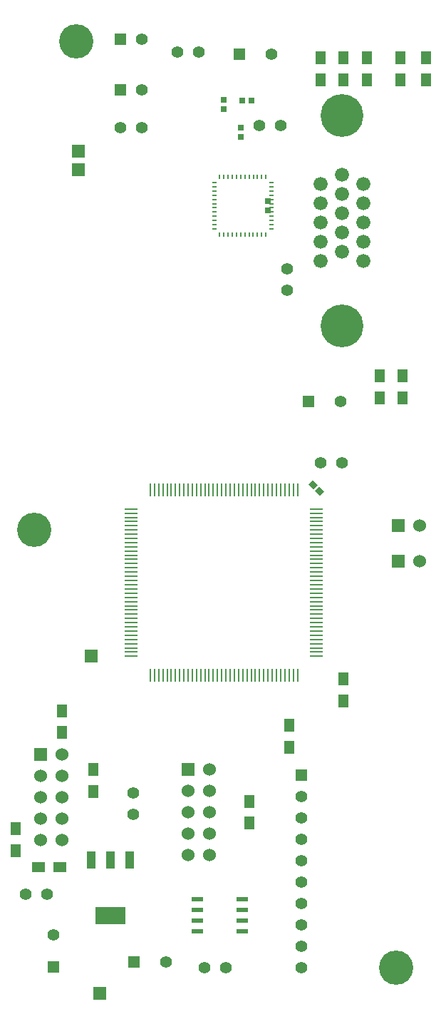
<source format=gts>
G04 (created by PCBNEW (22-Jun-2014 BZR 4027)-stable) date Tue Mar 31 03:02:01 2015*
%MOIN*%
G04 Gerber Fmt 3.4, Leading zero omitted, Abs format*
%FSLAX34Y34*%
G01*
G70*
G90*
G04 APERTURE LIST*
%ADD10C,0.00590551*%
%ADD11R,0.06X0.06*%
%ADD12C,0.06*%
%ADD13R,0.0590551X0.0590551*%
%ADD14R,0.0315X0.0275*%
%ADD15R,0.0275X0.0315*%
%ADD16R,0.0472X0.0591*%
%ADD17R,0.0591X0.0472*%
%ADD18C,0.055*%
%ADD19R,0.0236X0.0098*%
%ADD20R,0.0098X0.0236*%
%ADD21R,0.0551X0.0236*%
%ADD22R,0.06X0.01*%
%ADD23R,0.01X0.06*%
%ADD24C,0.066*%
%ADD25C,0.2*%
%ADD26R,0.055X0.055*%
%ADD27R,0.144X0.08*%
%ADD28R,0.04X0.08*%
%ADD29C,0.16*%
G04 APERTURE END LIST*
G54D10*
G54D11*
X71350Y-31397D03*
G54D12*
X72350Y-31397D03*
G54D13*
X56397Y-13090D03*
G54D14*
X64487Y-9842D03*
X64055Y-9842D03*
G54D15*
X63976Y-11102D03*
X63976Y-11534D03*
G54D16*
X53444Y-44901D03*
X53444Y-43877D03*
G54D11*
X57381Y-51574D03*
G54D17*
X55531Y-45669D03*
X54507Y-45669D03*
G54D16*
X64370Y-43622D03*
X64370Y-42598D03*
X66240Y-40078D03*
X66240Y-39054D03*
X68799Y-37913D03*
X68799Y-36889D03*
X57086Y-42145D03*
X57086Y-41121D03*
X55610Y-39389D03*
X55610Y-38365D03*
G54D18*
X63295Y-50393D03*
X62295Y-50393D03*
X62015Y-7578D03*
X61015Y-7578D03*
G54D16*
X72637Y-8878D03*
X72637Y-7854D03*
X71456Y-8878D03*
X71456Y-7854D03*
G54D18*
X66141Y-18708D03*
X66141Y-17708D03*
G54D19*
X62736Y-13681D03*
X62736Y-13878D03*
X62736Y-14075D03*
X62736Y-14272D03*
X62736Y-14468D03*
X62736Y-14665D03*
X62736Y-14862D03*
X62736Y-15059D03*
X62736Y-15256D03*
X62736Y-15453D03*
X62736Y-15650D03*
X62736Y-15846D03*
X65412Y-14270D03*
X65412Y-14074D03*
X65412Y-13877D03*
X65412Y-13680D03*
G54D20*
X63779Y-16102D03*
X63975Y-16102D03*
X64172Y-16102D03*
X64369Y-16102D03*
X64566Y-16102D03*
X64763Y-16102D03*
X64960Y-16102D03*
X65157Y-16102D03*
X62992Y-16102D03*
X63189Y-16102D03*
X63386Y-16102D03*
X63582Y-16102D03*
G54D19*
X65412Y-15845D03*
X65413Y-15648D03*
X65413Y-15452D03*
X65413Y-15255D03*
X65413Y-15058D03*
X65413Y-14861D03*
X65413Y-14664D03*
X65413Y-14467D03*
G54D20*
X65157Y-13425D03*
X64960Y-13425D03*
X64763Y-13425D03*
X64567Y-13425D03*
X64370Y-13425D03*
X64173Y-13425D03*
X63976Y-13425D03*
X63779Y-13425D03*
X63582Y-13425D03*
X63385Y-13425D03*
X63189Y-13425D03*
X62992Y-13425D03*
G54D21*
X61942Y-48683D03*
X64042Y-48683D03*
X61942Y-48183D03*
X61942Y-47683D03*
X61942Y-47183D03*
X64042Y-48183D03*
X64042Y-47683D03*
X64042Y-47183D03*
G54D22*
X58863Y-28936D03*
X58863Y-29136D03*
X58863Y-29331D03*
X58863Y-29526D03*
X58863Y-29726D03*
X58863Y-29921D03*
X58863Y-30116D03*
X58863Y-30316D03*
X58863Y-30511D03*
X58863Y-30706D03*
X58863Y-30906D03*
X58863Y-31101D03*
X58863Y-31296D03*
X58863Y-31496D03*
X58863Y-31691D03*
X58863Y-31886D03*
X58863Y-32086D03*
X58863Y-32281D03*
X58863Y-32481D03*
X58863Y-32676D03*
X58863Y-32876D03*
X58863Y-33071D03*
X58863Y-33266D03*
X58863Y-33466D03*
X58863Y-33661D03*
X58863Y-33856D03*
X58863Y-34056D03*
X58863Y-34251D03*
X58863Y-34446D03*
X58863Y-34646D03*
X58863Y-34841D03*
X58863Y-35036D03*
X58863Y-35236D03*
X58863Y-35431D03*
X58863Y-35626D03*
X58863Y-35826D03*
G54D23*
X65453Y-36706D03*
X65648Y-36706D03*
X65843Y-36706D03*
X66043Y-36706D03*
X66238Y-36706D03*
X66433Y-36706D03*
X66633Y-36706D03*
X65648Y-28056D03*
X65453Y-28056D03*
X65253Y-28056D03*
X65058Y-28056D03*
X64863Y-28056D03*
X64663Y-28056D03*
X64468Y-28056D03*
X64273Y-28056D03*
X64073Y-28056D03*
X63878Y-28056D03*
X63683Y-28056D03*
X63483Y-28056D03*
X63288Y-28056D03*
X63088Y-28056D03*
X62893Y-28056D03*
X62693Y-28056D03*
X62498Y-28056D03*
X62303Y-28056D03*
X62103Y-28056D03*
X61908Y-28056D03*
X61713Y-28056D03*
X61513Y-28056D03*
X61318Y-28056D03*
X61123Y-28056D03*
X60923Y-28056D03*
X60728Y-28056D03*
X60533Y-28056D03*
X60333Y-28056D03*
X60138Y-28056D03*
X59943Y-28056D03*
X59743Y-28056D03*
X59743Y-36706D03*
X59943Y-36706D03*
X60138Y-36706D03*
X60333Y-36706D03*
X60533Y-36706D03*
X60728Y-36706D03*
X60923Y-36706D03*
X61123Y-36706D03*
X61318Y-36706D03*
X61513Y-36706D03*
X61713Y-36706D03*
X61908Y-36706D03*
X62103Y-36706D03*
X62303Y-36706D03*
X62498Y-36706D03*
X62693Y-36706D03*
X62893Y-36706D03*
X63088Y-36706D03*
X63288Y-36706D03*
X63483Y-36706D03*
X63683Y-36706D03*
X63878Y-36706D03*
X64073Y-36706D03*
X64273Y-36706D03*
X64468Y-36706D03*
X64663Y-36706D03*
X64863Y-36706D03*
X65058Y-36706D03*
X65253Y-36706D03*
G54D22*
X67513Y-34841D03*
X67513Y-34646D03*
X67513Y-34446D03*
X67513Y-34251D03*
X67513Y-34056D03*
X67513Y-33856D03*
X67513Y-33661D03*
X67513Y-33466D03*
X67513Y-33266D03*
X67513Y-33071D03*
X67513Y-32876D03*
X67513Y-32676D03*
X67513Y-32481D03*
X67513Y-32281D03*
X67513Y-32086D03*
X67513Y-31886D03*
X67513Y-31691D03*
X67513Y-31496D03*
X67513Y-31296D03*
X67513Y-31101D03*
X67513Y-30906D03*
X67513Y-30706D03*
X67513Y-30511D03*
X67513Y-30316D03*
X67513Y-30116D03*
X67513Y-29921D03*
X67513Y-29726D03*
X67513Y-29526D03*
X67513Y-29331D03*
X67513Y-29136D03*
X67513Y-28936D03*
X67513Y-35826D03*
X67513Y-35626D03*
X67513Y-35431D03*
X67513Y-35236D03*
X67513Y-35036D03*
G54D23*
X66633Y-28056D03*
X66433Y-28056D03*
X66238Y-28056D03*
X66043Y-28056D03*
X65843Y-28056D03*
G54D11*
X61507Y-41110D03*
G54D12*
X62507Y-41110D03*
X61507Y-42110D03*
X62507Y-42110D03*
X61507Y-43110D03*
X62507Y-43110D03*
X61507Y-44110D03*
X62507Y-44110D03*
X61507Y-45110D03*
X62507Y-45110D03*
G54D11*
X54618Y-40421D03*
G54D12*
X55618Y-40421D03*
X54618Y-41421D03*
X55618Y-41421D03*
X54618Y-42421D03*
X55618Y-42421D03*
X54618Y-43421D03*
X55618Y-43421D03*
X54618Y-44421D03*
X55618Y-44421D03*
G54D24*
X67700Y-13752D03*
X67700Y-14652D03*
X67700Y-15552D03*
X67700Y-16452D03*
X67700Y-17352D03*
X68700Y-13302D03*
X68700Y-14202D03*
X68700Y-15102D03*
X68700Y-16002D03*
X68700Y-16902D03*
X69700Y-13752D03*
X69700Y-14652D03*
X69700Y-15552D03*
X69700Y-16452D03*
X69700Y-17352D03*
G54D25*
X68700Y-10532D03*
X68700Y-20372D03*
G54D16*
X68799Y-8878D03*
X68799Y-7854D03*
X69881Y-8878D03*
X69881Y-7854D03*
X67716Y-8878D03*
X67716Y-7854D03*
X71555Y-23740D03*
X71555Y-22716D03*
X70472Y-23740D03*
X70472Y-22716D03*
G54D13*
X56397Y-12204D03*
G54D26*
X63915Y-7677D03*
G54D18*
X65415Y-7677D03*
X64854Y-11023D03*
X65854Y-11023D03*
G54D15*
X65255Y-14547D03*
X65255Y-14979D03*
X63188Y-9823D03*
X63188Y-10255D03*
G54D10*
G36*
X67463Y-28091D02*
X67658Y-27896D01*
X67881Y-28119D01*
X67686Y-28314D01*
X67463Y-28091D01*
X67463Y-28091D01*
G37*
G36*
X67158Y-27785D02*
X67352Y-27591D01*
X67575Y-27814D01*
X67381Y-28008D01*
X67158Y-27785D01*
X67158Y-27785D01*
G37*
G54D18*
X67708Y-26771D03*
X68708Y-26771D03*
G54D26*
X67163Y-23917D03*
G54D18*
X68663Y-23917D03*
G54D11*
X56988Y-35826D03*
G54D27*
X57874Y-47953D03*
G54D28*
X57874Y-45353D03*
X56974Y-45353D03*
X58774Y-45353D03*
G54D18*
X58956Y-43216D03*
X58956Y-42216D03*
G54D26*
X58994Y-50098D03*
G54D18*
X60494Y-50098D03*
G54D26*
X55216Y-50356D03*
G54D18*
X55216Y-48856D03*
X53929Y-46948D03*
X54929Y-46948D03*
G54D26*
X66830Y-41366D03*
G54D18*
X66830Y-42366D03*
X66830Y-43366D03*
X66830Y-44366D03*
X66830Y-45366D03*
X66830Y-46366D03*
X66830Y-47366D03*
X66830Y-48366D03*
X66830Y-49366D03*
X66830Y-50366D03*
G54D26*
X58358Y-6988D03*
G54D18*
X59358Y-6988D03*
G54D26*
X58358Y-9350D03*
G54D18*
X59358Y-9350D03*
X58358Y-11122D03*
X59358Y-11122D03*
G54D11*
X71350Y-29724D03*
G54D12*
X72350Y-29724D03*
G54D29*
X56299Y-7086D03*
X54330Y-29921D03*
X71259Y-50393D03*
M02*

</source>
